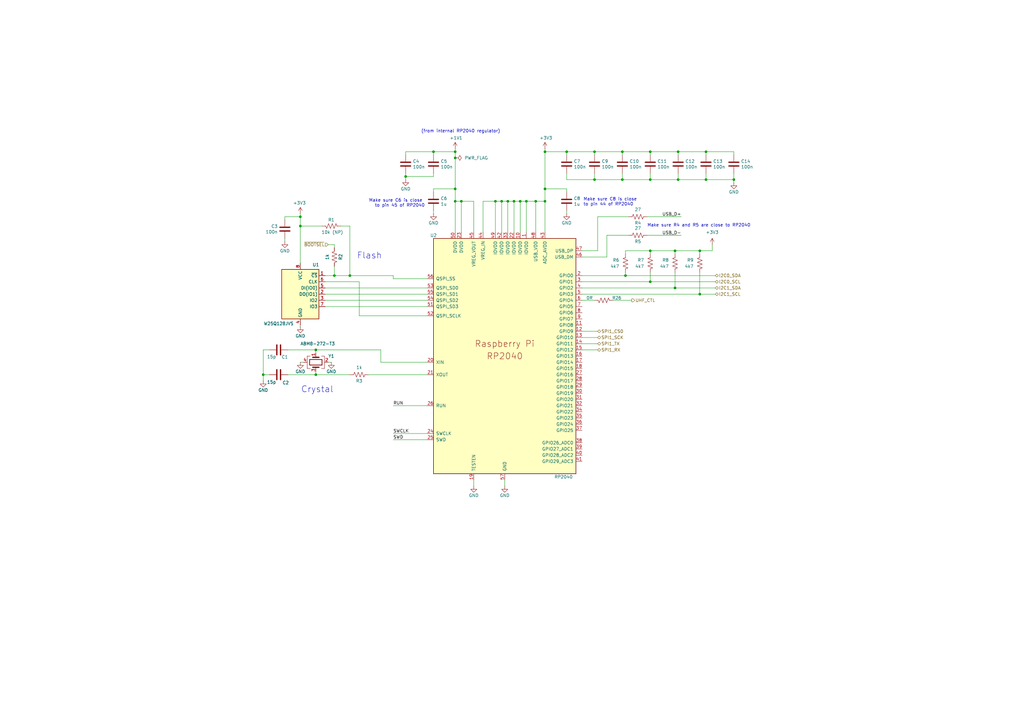
<source format=kicad_sch>
(kicad_sch (version 20250114) (generator "eeschema") (generator_version "9.0")
  (paper "A3")
  (lib_symbols
    (symbol "Device:C" (pin_numbers (hide yes)) (pin_names (offset 0.254))
      (property "Reference" "C" (at 0.635 2.54 0))
      (property "Value" "C" (at 0.635 -2.54 0))
      (symbol "C_0_1"
        (polyline (pts (xy -2.032 0.762) (xy 2.032 0.762)) (stroke (width 0.508)))
        (polyline (pts (xy -2.032 -0.762) (xy 2.032 -0.762)) (stroke (width 0.508)))
      )
      (symbol "C_1_1"
        (pin passive line (at 0 3.81 270) (length 2.794) (name "~") (number "1"))
        (pin passive line (at 0 -3.81 90) (length 2.794) (name "~") (number "2"))
      )
    )
    (symbol "Device:Crystal_GND24" (pin_names (offset 1.016) (hide yes))
      (property "Reference" "Y" (at 3.175 5.08 0))
      (property "Value" "Crystal_GND24" (at 3.175 3.175 0))
      (symbol "Crystal_GND24_0_1"
        (polyline (pts (xy -2.54 2.286) (xy -2.54 3.556) (xy 2.54 3.556) (xy 2.54 2.286)))
        (polyline (pts (xy -2.54 0) (xy -2.032 0)))
        (polyline (pts (xy -2.54 -2.286) (xy -2.54 -3.556) (xy 2.54 -3.556) (xy 2.54 -2.286)))
        (polyline (pts (xy -2.032 -1.27) (xy -2.032 1.27)) (stroke (width 0.508)))
        (rectangle (start -1.143 2.54) (end 1.143 -2.54) (stroke (width 0.3048)))
        (polyline (pts (xy 0 3.556) (xy 0 3.81)))
        (polyline (pts (xy 0 -3.81) (xy 0 -3.556)))
        (polyline (pts (xy 2.032 0) (xy 2.54 0)))
        (polyline (pts (xy 2.032 -1.27) (xy 2.032 1.27)) (stroke (width 0.508)))
      )
      (symbol "Crystal_GND24_1_1"
        (pin passive line (at -3.81 0 0) (length 1.27) (name "1") (number "1"))
        (pin passive line (at 0 5.08 270) (length 1.27) (name "2") (number "2"))
        (pin passive line (at 0 -5.08 90) (length 1.27) (name "4") (number "4"))
        (pin passive line (at 3.81 0 180) (length 1.27) (name "3") (number "3"))
      )
    )
    (symbol "Device:R_US" (pin_numbers (hide yes)) (pin_names (offset 0))
      (property "Reference" "R" (at 2.54 0 90))
      (property "Value" "R_US" (at -2.54 0 90))
      (symbol "R_US_0_1"
        (polyline (pts (xy 0 2.286) (xy 0 2.54)))
        (polyline (pts (xy 0 2.286) (xy 1.016 1.905) (xy 0 1.524) (xy -1.016 1.143) (xy 0 0.762)))
        (polyline (pts (xy 0 0.762) (xy 1.016 0.381) (xy 0 0) (xy -1.016 -0.381) (xy 0 -0.762)))
        (polyline (pts (xy 0 -0.762) (xy 1.016 -1.143) (xy 0 -1.524) (xy -1.016 -1.905) (xy 0 -2.286)))
        (polyline (pts (xy 0 -2.286) (xy 0 -2.54)))
      )
      (symbol "R_US_1_1"
        (pin passive line (at 0 3.81 270) (length 1.27) (name "~") (number "1"))
        (pin passive line (at 0 -3.81 90) (length 1.27) (name "~") (number "2"))
      )
    )
    (symbol "Memory_Flash:W25Q128JVS"
      (property "Reference" "U" (at -8.89 8.89 0))
      (property "Value" "W25Q128JVS" (at 7.62 8.89 0))
      (symbol "W25Q128JVS_0_1"
        (rectangle (start -7.62 10.16) (end 7.62 -10.16) (stroke (width 0.254)) (fill (type background)))
      )
      (symbol "W25Q128JVS_1_1"
        (pin input line (at -10.16 7.62 0) (length 2.54) (name "~{CS}") (number "1"))
        (pin input line (at -10.16 5.08 0) (length 2.54) (name "CLK") (number "6"))
        (pin bidirectional line (at -10.16 2.54 0) (length 2.54) (name "DI(IO0)") (number "5"))
        (pin bidirectional line (at -10.16 0 0) (length 2.54) (name "DO(IO1)") (number "2"))
        (pin bidirectional line (at -10.16 -2.54 0) (length 2.54) (name "IO2") (number "3"))
        (pin bidirectional line (at -10.16 -5.08 0) (length 2.54) (name "IO3") (number "7"))
        (pin power_in line (at 0 12.7 270) (length 2.54) (name "VCC") (number "8"))
        (pin power_in line (at 0 -12.7 90) (length 2.54) (name "GND") (number "4"))
      )
    )
    (symbol "RP2040:RP2040" (pin_names (offset 1.016))
      (property "Reference" "U" (at -29.21 49.53 0))
      (property "Value" "RP2040" (at 24.13 -49.53 0))
      (symbol "RP2040_0_0"
        (text "Raspberry Pi" (at 0 5.08 0) (effects (font (size 2.54 2.54))))
        (text "RP2040" (at 0 0 0) (effects (font (size 2.54 2.54))))
      )
      (symbol "RP2040_0_1"
        (rectangle (start 29.21 48.26) (end -29.21 -48.26) (stroke (width 0.254)) (fill (type background)))
      )
      (symbol "RP2040_1_1"
        (pin bidirectional line (at -31.75 31.75 0) (length 2.54) (name "QSPI_SS") (number "56"))
        (pin bidirectional line (at -31.75 27.94 0) (length 2.54) (name "QSPI_SD0") (number "53"))
        (pin bidirectional line (at -31.75 25.4 0) (length 2.54) (name "QSPI_SD1") (number "55"))
        (pin bidirectional line (at -31.75 22.86 0) (length 2.54) (name "QSPI_SD2") (number "54"))
        (pin bidirectional line (at -31.75 20.32 0) (length 2.54) (name "QSPI_SD3") (number "51"))
        (pin output line (at -31.75 16.51 0) (length 2.54) (name "QSPI_SCLK") (number "52"))
        (pin input line (at -31.75 -2.54 0) (length 2.54) (name "XIN") (number "20"))
        (pin passive line (at -31.75 -7.62 0) (length 2.54) (name "XOUT") (number "21"))
        (pin input line (at -31.75 -20.32 0) (length 2.54) (name "RUN") (number "26"))
        (pin output line (at -31.75 -31.75 0) (length 2.54) (name "SWCLK") (number "24"))
        (pin bidirectional line (at -31.75 -34.29 0) (length 2.54) (name "SWD") (number "25"))
        (pin power_in line (at -20.32 50.8 270) (length 2.54) (name "DVDD") (number "50"))
        (pin power_in line (at -17.78 50.8 270) (length 2.54) (name "DVDD") (number "23"))
        (pin power_out line (at -12.7 50.8 270) (length 2.54) (name "VREG_VOUT") (number "45"))
        (pin passive line (at -12.7 -50.8 90) (length 2.54) (name "TESTEN") (number "19"))
        (pin power_in line (at -8.89 50.8 270) (length 2.54) (name "VREG_IN") (number "44"))
        (pin power_in line (at -3.81 50.8 270) (length 2.54) (name "IOVDD") (number "49"))
        (pin power_in line (at -1.27 50.8 270) (length 2.54) (name "IOVDD") (number "42"))
        (pin power_in line (at 0 -50.8 90) (length 2.54) (name "GND") (number "57"))
        (pin power_in line (at 1.27 50.8 270) (length 2.54) (name "IOVDD") (number "33"))
        (pin power_in line (at 3.81 50.8 270) (length 2.54) (name "IOVDD") (number "22"))
        (pin power_in line (at 6.35 50.8 270) (length 2.54) (name "IOVDD") (number "10"))
        (pin power_in line (at 8.89 50.8 270) (length 2.54) (name "IOVDD") (number "1"))
        (pin power_in line (at 12.7 50.8 270) (length 2.54) (name "USB_VDD") (number "48"))
        (pin power_in line (at 16.51 50.8 270) (length 2.54) (name "ADC_AVDD") (number "43"))
        (pin bidirectional line (at 31.75 43.18 180) (length 2.54) (name "USB_DP") (number "47"))
        (pin bidirectional line (at 31.75 40.64 180) (length 2.54) (name "USB_DM") (number "46"))
        (pin bidirectional line (at 31.75 33.02 180) (length 2.54) (name "GPIO0") (number "2"))
        (pin bidirectional line (at 31.75 30.48 180) (length 2.54) (name "GPIO1") (number "3"))
        (pin bidirectional line (at 31.75 27.94 180) (length 2.54) (name "GPIO2") (number "4"))
        (pin bidirectional line (at 31.75 25.4 180) (length 2.54) (name "GPIO3") (number "5"))
        (pin bidirectional line (at 31.75 22.86 180) (length 2.54) (name "GPIO4") (number "6"))
        (pin bidirectional line (at 31.75 20.32 180) (length 2.54) (name "GPIO5") (number "7"))
        (pin bidirectional line (at 31.75 17.78 180) (length 2.54) (name "GPIO6") (number "8"))
        (pin bidirectional line (at 31.75 15.24 180) (length 2.54) (name "GPIO7") (number "9"))
        (pin bidirectional line (at 31.75 12.7 180) (length 2.54) (name "GPIO8") (number "11"))
        (pin bidirectional line (at 31.75 10.16 180) (length 2.54) (name "GPIO9") (number "12"))
        (pin bidirectional line (at 31.75 7.62 180) (length 2.54) (name "GPIO10") (number "13"))
        (pin bidirectional line (at 31.75 5.08 180) (length 2.54) (name "GPIO11") (number "14"))
        (pin bidirectional line (at 31.75 2.54 180) (length 2.54) (name "GPIO12") (number "15"))
        (pin bidirectional line (at 31.75 0 180) (length 2.54) (name "GPIO13") (number "16"))
        (pin bidirectional line (at 31.75 -2.54 180) (length 2.54) (name "GPIO14") (number "17"))
        (pin bidirectional line (at 31.75 -5.08 180) (length 2.54) (name "GPIO15") (number "18"))
        (pin bidirectional line (at 31.75 -7.62 180) (length 2.54) (name "GPIO16") (number "27"))
        (pin bidirectional line (at 31.75 -10.16 180) (length 2.54) (name "GPIO17") (number "28"))
        (pin bidirectional line (at 31.75 -12.7 180) (length 2.54) (name "GPIO18") (number "29"))
        (pin bidirectional line (at 31.75 -15.24 180) (length 2.54) (name "GPIO19") (number "30"))
        (pin bidirectional line (at 31.75 -17.78 180) (length 2.54) (name "GPIO20") (number "31"))
        (pin bidirectional line (at 31.75 -20.32 180) (length 2.54) (name "GPIO21") (number "32"))
        (pin bidirectional line (at 31.75 -22.86 180) (length 2.54) (name "GPIO22") (number "34"))
        (pin bidirectional line (at 31.75 -25.4 180) (length 2.54) (name "GPIO23") (number "35"))
        (pin bidirectional line (at 31.75 -27.94 180) (length 2.54) (name "GPIO24") (number "36"))
        (pin bidirectional line (at 31.75 -30.48 180) (length 2.54) (name "GPIO25") (number "37"))
        (pin bidirectional line (at 31.75 -35.56 180) (length 2.54) (name "GPIO26_ADC0") (number "38"))
        (pin bidirectional line (at 31.75 -38.1 180) (length 2.54) (name "GPIO27_ADC1") (number "39"))
        (pin bidirectional line (at 31.75 -40.64 180) (length 2.54) (name "GPIO28_ADC2") (number "40"))
        (pin bidirectional line (at 31.75 -43.18 180) (length 2.54) (name "GPIO29_ADC3") (number "41"))
      )
    )
    (symbol "power:+1V1" (power) (pin_names (offset 0))
      (property "Value" "+1V1" (at 0 3.556 0))
      (symbol "+1V1_0_1"
        (polyline (pts (xy -0.762 1.27) (xy 0 2.54)))
        (polyline (pts (xy 0 2.54) (xy 0.762 1.27)))
        (polyline (pts (xy 0 0) (xy 0 2.54)))
      )
      (symbol "+1V1_1_1"
        (pin power_in line (at 0 0 90) (length 0) (hide yes) (name "+1V1") (number "1"))
      )
    )
    (symbol "power:+3V3" (power) (pin_numbers (hide yes)) (pin_names (offset 0) (hide yes))
      (property "Value" "+3V3" (at 0 3.556 0))
      (symbol "+3V3_0_1"
        (polyline (pts (xy -0.762 1.27) (xy 0 2.54)))
        (polyline (pts (xy 0 2.54) (xy 0.762 1.27)))
        (polyline (pts (xy 0 0) (xy 0 2.54)))
      )
      (symbol "+3V3_1_1"
        (pin power_in line (at 0 0 90) (length 0) (name "~") (number "1"))
      )
    )
    (symbol "power:GND" (power) (pin_numbers (hide yes)) (pin_names (offset 0) (hide yes))
      (property "Value" "GND" (at 0 -3.81 0))
      (symbol "GND_0_1"
        (polyline (pts (xy 0 0) (xy 0 -1.27) (xy 1.27 -1.27) (xy 0 -2.54) (xy -1.27 -1.27) (xy 0 -1.27)))
      )
      (symbol "GND_1_1"
        (pin power_in line (at 0 0 270) (length 0) (name "~") (number "1"))
      )
    )
    (symbol "power:PWR_FLAG" (power) (pin_numbers (hide yes)) (pin_names (offset 0) (hide yes))
      (property "Value" "PWR_FLAG" (at 0 3.81 0))
      (symbol "PWR_FLAG_0_0"
        (pin power_out line (at 0 0 90) (length 0) (name "~") (number "1"))
      )
      (symbol "PWR_FLAG_0_1"
        (polyline (pts (xy 0 0) (xy 0 1.27) (xy -1.016 1.905) (xy 0 2.54) (xy 1.016 1.905) (xy 0 1.27)))
      )
    )
  )
  (text "Crystal" (at 123.444 161.29 0) (effects (font (size 2.54 2.54)) (justify left bottom)))
  (text "Make sure R4 and R5 are close to RP2040" (at 265.43 93.218 0) (effects (font (size 1.27 1.27)) (justify left bottom)))
  (text "Make sure C6 is close \nto pin 45 of RP2040" (at 174.244 85.09 0) (effects (font (size 1.27 1.27)) (justify right bottom)))
  (text "(from internal RP2040 regulator)" (at 172.72 54.61 0) (effects (font (size 1.27 1.27)) (justify left bottom)))
  (text "Flash" (at 156.718 106.426 0) (effects (font (size 2.54 2.54)) (justify right bottom)))
  (text "Make sure C8 is close \nto pin 44 of RP2040" (at 239.268 84.582 0) (effects (font (size 1.27 1.27)) (justify left bottom)))
  (junction (at 143.51 113.03))
  (junction (at 223.52 82.55))
  (junction (at 186.69 77.47))
  (junction (at 278.13 62.23))
  (junction (at 129.54 143.51))
  (junction (at 255.27 73.66))
  (junction (at 289.56 73.66))
  (junction (at 213.36 82.55))
  (junction (at 219.71 82.55))
  (junction (at 137.16 113.03))
  (junction (at 177.8 62.23))
  (junction (at 276.86 118.11))
  (junction (at 243.84 73.66))
  (junction (at 266.7 102.87))
  (junction (at 210.82 82.55))
  (junction (at 223.52 62.23))
  (junction (at 203.2 82.55))
  (junction (at 186.69 64.77))
  (junction (at 256.54 113.03))
  (junction (at 289.56 62.23))
  (junction (at 266.7 73.66))
  (junction (at 300.99 73.66))
  (junction (at 278.13 73.66))
  (junction (at 223.52 77.47))
  (junction (at 232.41 62.23))
  (junction (at 205.74 82.55))
  (junction (at 215.9 82.55))
  (junction (at 266.7 115.57))
  (junction (at 129.54 153.67))
  (junction (at 243.84 62.23))
  (junction (at 287.02 120.65))
  (junction (at 123.19 88.9))
  (junction (at 123.19 92.71))
  (junction (at 266.7 62.23))
  (junction (at 166.37 72.39))
  (junction (at 208.28 82.55))
  (junction (at 189.23 82.55))
  (junction (at 107.95 153.67))
  (junction (at 186.69 82.55))
  (junction (at 276.86 102.87))
  (junction (at 255.27 62.23))
  (junction (at 287.02 102.87))
  (junction (at 186.69 62.23))
  (wire (pts (xy 243.84 63.5) (xy 243.84 62.23)))
  (wire (pts (xy 129.54 144.78) (xy 129.54 143.51)))
  (wire (pts (xy 208.28 95.25) (xy 208.28 82.55)))
  (wire (pts (xy 255.27 71.12) (xy 255.27 73.66)))
  (wire (pts (xy 177.8 72.39) (xy 177.8 71.12)))
  (wire (pts (xy 276.86 102.87) (xy 276.86 104.14)))
  (wire (pts (xy 118.11 143.51) (xy 129.54 143.51)))
  (wire (pts (xy 287.02 120.65) (xy 293.37 120.65)))
  (wire (pts (xy 123.19 87.63) (xy 123.19 88.9)))
  (wire (pts (xy 278.13 71.12) (xy 278.13 73.66)))
  (wire (pts (xy 137.16 100.33) (xy 137.16 101.6)))
  (wire (pts (xy 110.49 143.51) (xy 107.95 143.51)))
  (wire (pts (xy 238.76 120.65) (xy 287.02 120.65)))
  (wire (pts (xy 177.8 77.47) (xy 186.69 77.47)))
  (wire (pts (xy 175.26 166.37) (xy 161.29 166.37)))
  (wire (pts (xy 213.36 82.55) (xy 215.9 82.55)))
  (wire (pts (xy 215.9 82.55) (xy 219.71 82.55)))
  (wire (pts (xy 232.41 63.5) (xy 232.41 62.23)))
  (wire (pts (xy 177.8 63.5) (xy 177.8 62.23)))
  (wire (pts (xy 238.76 135.89) (xy 245.11 135.89)))
  (wire (pts (xy 219.71 95.25) (xy 219.71 82.55)))
  (wire (pts (xy 266.7 115.57) (xy 293.37 115.57)))
  (wire (pts (xy 194.31 82.55) (xy 189.23 82.55)))
  (wire (pts (xy 189.23 82.55) (xy 186.69 82.55)))
  (wire (pts (xy 186.69 60.96) (xy 186.69 62.23)))
  (wire (pts (xy 177.8 86.36) (xy 177.8 87.63)))
  (wire (pts (xy 238.76 115.57) (xy 266.7 115.57)))
  (wire (pts (xy 143.51 113.03) (xy 161.29 113.03)))
  (wire (pts (xy 219.71 82.55) (xy 223.52 82.55)))
  (wire (pts (xy 232.41 71.12) (xy 232.41 73.66)))
  (wire (pts (xy 177.8 78.74) (xy 177.8 77.47)))
  (wire (pts (xy 208.28 82.55) (xy 210.82 82.55)))
  (wire (pts (xy 278.13 63.5) (xy 278.13 62.23)))
  (wire (pts (xy 133.35 123.19) (xy 175.26 123.19)))
  (wire (pts (xy 278.13 73.66) (xy 266.7 73.66)))
  (wire (pts (xy 175.26 180.34) (xy 161.29 180.34)))
  (wire (pts (xy 186.69 82.55) (xy 186.69 95.25)))
  (wire (pts (xy 118.11 153.67) (xy 129.54 153.67)))
  (wire (pts (xy 161.29 113.03) (xy 161.29 114.3)))
  (wire (pts (xy 129.54 153.67) (xy 143.51 153.67)))
  (wire (pts (xy 245.11 88.9) (xy 245.11 102.87)))
  (wire (pts (xy 213.36 95.25) (xy 213.36 82.55)))
  (wire (pts (xy 243.84 71.12) (xy 243.84 73.66)))
  (wire (pts (xy 166.37 72.39) (xy 166.37 73.66)))
  (wire (pts (xy 203.2 82.55) (xy 205.74 82.55)))
  (wire (pts (xy 245.11 88.9) (xy 257.81 88.9)))
  (wire (pts (xy 194.31 95.25) (xy 194.31 82.55)))
  (wire (pts (xy 278.13 62.23) (xy 289.56 62.23)))
  (wire (pts (xy 232.41 62.23) (xy 243.84 62.23)))
  (wire (pts (xy 300.99 71.12) (xy 300.99 73.66)))
  (wire (pts (xy 203.2 95.25) (xy 203.2 82.55)))
  (wire (pts (xy 116.84 90.17) (xy 116.84 88.9)))
  (wire (pts (xy 266.7 63.5) (xy 266.7 62.23)))
  (wire (pts (xy 276.86 102.87) (xy 287.02 102.87)))
  (wire (pts (xy 166.37 62.23) (xy 177.8 62.23)))
  (wire (pts (xy 255.27 73.66) (xy 243.84 73.66)))
  (wire (pts (xy 137.16 113.03) (xy 143.51 113.03)))
  (wire (pts (xy 243.84 62.23) (xy 255.27 62.23)))
  (wire (pts (xy 243.84 123.19) (xy 238.76 123.19)))
  (wire (pts (xy 133.35 125.73) (xy 175.26 125.73)))
  (wire (pts (xy 129.54 152.4) (xy 129.54 153.67)))
  (wire (pts (xy 123.19 148.59) (xy 124.46 148.59)))
  (wire (pts (xy 156.21 143.51) (xy 156.21 148.59)))
  (wire (pts (xy 238.76 143.51) (xy 245.11 143.51)))
  (wire (pts (xy 143.51 92.71) (xy 143.51 113.03)))
  (wire (pts (xy 266.7 62.23) (xy 278.13 62.23)))
  (wire (pts (xy 238.76 118.11) (xy 276.86 118.11)))
  (wire (pts (xy 266.7 111.76) (xy 266.7 115.57)))
  (wire (pts (xy 123.19 92.71) (xy 123.19 107.95)))
  (wire (pts (xy 300.99 63.5) (xy 300.99 62.23)))
  (wire (pts (xy 205.74 95.25) (xy 205.74 82.55)))
  (wire (pts (xy 289.56 71.12) (xy 289.56 73.66)))
  (wire (pts (xy 210.82 95.25) (xy 210.82 82.55)))
  (wire (pts (xy 123.19 133.985) (xy 123.19 133.35)))
  (wire (pts (xy 287.02 102.87) (xy 292.1 102.87)))
  (wire (pts (xy 123.19 88.9) (xy 123.19 92.71)))
  (wire (pts (xy 289.56 73.66) (xy 300.99 73.66)))
  (wire (pts (xy 238.76 102.87) (xy 245.11 102.87)))
  (wire (pts (xy 266.7 102.87) (xy 276.86 102.87)))
  (wire (pts (xy 186.69 62.23) (xy 186.69 64.77)))
  (wire (pts (xy 256.54 102.87) (xy 266.7 102.87)))
  (wire (pts (xy 186.69 64.77) (xy 186.69 77.47)))
  (wire (pts (xy 266.7 73.66) (xy 255.27 73.66)))
  (wire (pts (xy 207.01 196.85) (xy 207.01 199.39)))
  (wire (pts (xy 107.95 143.51) (xy 107.95 153.67)))
  (wire (pts (xy 256.54 102.87) (xy 256.54 104.14)))
  (wire (pts (xy 133.35 115.57) (xy 147.32 115.57)))
  (wire (pts (xy 276.86 118.11) (xy 293.37 118.11)))
  (wire (pts (xy 166.37 71.12) (xy 166.37 72.39)))
  (wire (pts (xy 116.84 97.79) (xy 116.84 99.06)))
  (wire (pts (xy 151.13 153.67) (xy 175.26 153.67)))
  (wire (pts (xy 289.56 62.23) (xy 300.99 62.23)))
  (wire (pts (xy 186.69 77.47) (xy 186.69 82.55)))
  (wire (pts (xy 175.26 177.8) (xy 161.29 177.8)))
  (wire (pts (xy 215.9 82.55) (xy 215.9 95.25)))
  (wire (pts (xy 265.43 88.9) (xy 279.4 88.9)))
  (wire (pts (xy 198.12 95.25) (xy 198.12 82.55)))
  (wire (pts (xy 147.32 115.57) (xy 147.32 129.54)))
  (wire (pts (xy 265.43 96.52) (xy 279.4 96.52)))
  (wire (pts (xy 223.52 62.23) (xy 223.52 77.47)))
  (wire (pts (xy 232.41 86.36) (xy 232.41 87.63)))
  (wire (pts (xy 300.99 73.66) (xy 300.99 74.93)))
  (wire (pts (xy 238.76 138.43) (xy 245.11 138.43)))
  (wire (pts (xy 223.52 82.55) (xy 223.52 95.25)))
  (wire (pts (xy 266.7 102.87) (xy 266.7 104.14)))
  (wire (pts (xy 248.92 96.52) (xy 248.92 105.41)))
  (wire (pts (xy 156.21 148.59) (xy 175.26 148.59)))
  (wire (pts (xy 161.29 114.3) (xy 175.26 114.3)))
  (wire (pts (xy 137.16 109.22) (xy 137.16 113.03)))
  (wire (pts (xy 289.56 63.5) (xy 289.56 62.23)))
  (wire (pts (xy 107.95 153.67) (xy 107.95 156.21)))
  (wire (pts (xy 194.31 196.85) (xy 194.31 199.39)))
  (wire (pts (xy 134.62 148.59) (xy 135.89 148.59)))
  (wire (pts (xy 133.35 118.11) (xy 175.26 118.11)))
  (wire (pts (xy 276.86 111.76) (xy 276.86 118.11)))
  (wire (pts (xy 110.49 153.67) (xy 107.95 153.67)))
  (wire (pts (xy 166.37 63.5) (xy 166.37 62.23)))
  (wire (pts (xy 134.62 100.33) (xy 137.16 100.33)))
  (wire (pts (xy 259.08 123.19) (xy 251.46 123.19)))
  (wire (pts (xy 255.27 63.5) (xy 255.27 62.23)))
  (wire (pts (xy 133.35 113.03) (xy 137.16 113.03)))
  (wire (pts (xy 223.52 77.47) (xy 232.41 77.47)))
  (wire (pts (xy 210.82 82.55) (xy 213.36 82.55)))
  (wire (pts (xy 133.35 120.65) (xy 175.26 120.65)))
  (wire (pts (xy 166.37 72.39) (xy 177.8 72.39)))
  (wire (pts (xy 223.52 62.23) (xy 232.41 62.23)))
  (wire (pts (xy 189.23 95.25) (xy 189.23 82.55)))
  (wire (pts (xy 238.76 113.03) (xy 256.54 113.03)))
  (wire (pts (xy 232.41 78.74) (xy 232.41 77.47)))
  (wire (pts (xy 266.7 71.12) (xy 266.7 73.66)))
  (wire (pts (xy 223.52 60.96) (xy 223.52 62.23)))
  (wire (pts (xy 255.27 62.23) (xy 266.7 62.23)))
  (wire (pts (xy 256.54 111.76) (xy 256.54 113.03)))
  (wire (pts (xy 243.84 73.66) (xy 232.41 73.66)))
  (wire (pts (xy 129.54 143.51) (xy 156.21 143.51)))
  (wire (pts (xy 143.51 92.71) (xy 139.7 92.71)))
  (wire (pts (xy 292.1 100.33) (xy 292.1 102.87)))
  (wire (pts (xy 256.54 113.03) (xy 293.37 113.03)))
  (wire (pts (xy 248.92 105.41) (xy 238.76 105.41)))
  (wire (pts (xy 116.84 88.9) (xy 123.19 88.9)))
  (wire (pts (xy 238.76 140.97) (xy 245.11 140.97)))
  (wire (pts (xy 132.08 92.71) (xy 123.19 92.71)))
  (wire (pts (xy 205.74 82.55) (xy 208.28 82.55)))
  (wire (pts (xy 147.32 129.54) (xy 175.26 129.54)))
  (wire (pts (xy 289.56 73.66) (xy 278.13 73.66)))
  (wire (pts (xy 287.02 111.76) (xy 287.02 120.65)))
  (wire (pts (xy 248.92 96.52) (xy 257.81 96.52)))
  (wire (pts (xy 287.02 102.87) (xy 287.02 104.14)))
  (wire (pts (xy 177.8 62.23) (xy 186.69 62.23)))
  (wire (pts (xy 198.12 82.55) (xy 203.2 82.55)))
  (wire (pts (xy 223.52 77.47) (xy 223.52 82.55)))
  (label "USB_D+" (at 279.4 88.9 180))
  (label "SWD" (at 161.29 180.34 0))
  (label "USB_D-" (at 279.4 96.52 180))
  (label "SWCLK" (at 161.29 177.8 0))
  (label "RUN" (at 161.29 166.37 0))
  (hierarchical_label "SPI1_SCK" (shape bidirectional) (at 245.11 138.43 0))
  (hierarchical_label "I2C0_SCL" (shape bidirectional) (at 293.37 115.57 0))
  (hierarchical_label "I2C1_SDA" (shape bidirectional) (at 293.37 118.11 0))
  (hierarchical_label "SPI1_RX" (shape bidirectional) (at 245.11 143.51 0))
  (hierarchical_label "SPI1_CS0" (shape bidirectional) (at 245.11 135.89 0))
  (hierarchical_label "~{BOOTSEL}" (shape input) (at 134.62 100.33 180))
  (hierarchical_label "UHF_CTL" (shape output) (at 259.08 123.19 0))
  (hierarchical_label "I2C1_SCL" (shape bidirectional) (at 293.37 120.65 0))
  (hierarchical_label "I2C0_SDA" (shape bidirectional) (at 293.37 113.03 0))
  (hierarchical_label "SPI1_TX" (shape bidirectional) (at 245.11 140.97 0))
  (symbol (lib_id "RP2040:RP2040") (at 207.01 146.05 0) (unit 1)
    (property "Reference" "U2" (at 177.8 96.52 0))
    (property "Value" "RP2040" (at 231.14 195.58 0))
    (property "Footprint" "RP2040:RP2040-QFN-56" (effects (hide yes)))
  )
  (symbol (lib_id "Device:C") (at 116.84 93.98 0) (mirror y) (unit 1)
    (property "Reference" "C3" (at 113.919 92.8116 0) (effects (justify left)))
    (property "Value" "100n" (at 113.919 95.123 0) (effects (justify left)))
    (property "Footprint" "Capacitor_SMD:C_0402_1005Metric" (effects (hide yes)))
  )
  (symbol (lib_id "Device:R_US") (at 261.62 88.9 270) (unit 1)
    (property "Reference" "R4" (at 261.62 91.44 90))
    (property "Value" "27" (at 261.62 85.9536 90))
    (property "Footprint" "Resistor_SMD:R_0402_1005Metric" (effects (hide yes)))
    (property "Description" "Resistor, US symbol" (effects (hide yes)))
  )
  (symbol (lib_id "Device:R_US") (at 261.62 96.52 270) (unit 1)
    (property "Reference" "R5" (at 261.62 99.06 90))
    (property "Value" "27" (at 261.62 93.5736 90))
    (property "Footprint" "Resistor_SMD:R_0402_1005Metric" (effects (hide yes)))
    (property "Description" "Resistor, US symbol" (effects (hide yes)))
  )
  (symbol (lib_id "Device:C") (at 232.41 67.31 0) (unit 1)
    (property "Reference" "C7" (at 235.331 66.1416 0) (effects (justify left)))
    (property "Value" "100n" (at 235.331 68.453 0) (effects (justify left)))
    (property "Footprint" "Capacitor_SMD:C_0402_1005Metric" (effects (hide yes)))
  )
  (symbol (lib_id "Device:C") (at 243.84 67.31 0) (unit 1)
    (property "Reference" "C9" (at 246.761 66.1416 0) (effects (justify left)))
    (property "Value" "100n" (at 246.761 68.453 0) (effects (justify left)))
    (property "Footprint" "Capacitor_SMD:C_0402_1005Metric" (effects (hide yes)))
  )
  (symbol (lib_id "Device:C") (at 255.27 67.31 0) (unit 1)
    (property "Reference" "C10" (at 258.191 66.1416 0) (effects (justify left)))
    (property "Value" "100n" (at 258.191 68.453 0) (effects (justify left)))
    (property "Footprint" "Capacitor_SMD:C_0402_1005Metric" (effects (hide yes)))
  )
  (symbol (lib_id "Device:C") (at 266.7 67.31 0) (unit 1)
    (property "Reference" "C11" (at 269.621 66.1416 0) (effects (justify left)))
    (property "Value" "100n" (at 269.621 68.453 0) (effects (justify left)))
    (property "Footprint" "Capacitor_SMD:C_0402_1005Metric" (effects (hide yes)))
  )
  (symbol (lib_id "Device:C") (at 278.13 67.31 0) (unit 1)
    (property "Reference" "C12" (at 281.051 66.1416 0) (effects (justify left)))
    (property "Value" "100n" (at 281.051 68.453 0) (effects (justify left)))
    (property "Footprint" "Capacitor_SMD:C_0402_1005Metric" (effects (hide yes)))
  )
  (symbol (lib_id "Device:C") (at 289.56 67.31 0) (unit 1)
    (property "Reference" "C13" (at 292.481 66.1416 0) (effects (justify left)))
    (property "Value" "100n" (at 292.481 68.453 0) (effects (justify left)))
    (property "Footprint" "Capacitor_SMD:C_0402_1005Metric" (effects (hide yes)))
  )
  (symbol (lib_id "Device:C") (at 300.99 67.31 0) (unit 1)
    (property "Reference" "C14" (at 303.911 66.1416 0) (effects (justify left)))
    (property "Value" "100n" (at 303.911 68.453 0) (effects (justify left)))
    (property "Footprint" "Capacitor_SMD:C_0402_1005Metric" (effects (hide yes)))
  )
  (symbol (lib_id "Device:C") (at 166.37 67.31 0) (unit 1)
    (property "Reference" "C4" (at 169.291 66.1416 0) (effects (justify left)))
    (property "Value" "100n" (at 169.291 68.453 0) (effects (justify left)))
    (property "Footprint" "Capacitor_SMD:C_0402_1005Metric" (effects (hide yes)))
  )
  (symbol (lib_id "Device:C") (at 177.8 67.31 0) (unit 1)
    (property "Reference" "C5" (at 180.721 66.1416 0) (effects (justify left)))
    (property "Value" "100n" (at 180.721 68.453 0) (effects (justify left)))
    (property "Footprint" "Capacitor_SMD:C_0402_1005Metric" (effects (hide yes)))
  )
  (symbol (lib_id "Device:C") (at 177.8 82.55 0) (unit 1)
    (property "Reference" "C6" (at 180.721 81.3816 0) (effects (justify left)))
    (property "Value" "1u" (at 180.721 83.693 0) (effects (justify left)))
    (property "Footprint" "Capacitor_SMD:C_0402_1005Metric" (effects (hide yes)))
  )
  (symbol (lib_id "Device:C") (at 232.41 82.55 0) (unit 1)
    (property "Reference" "C8" (at 235.331 81.3816 0) (effects (justify left)))
    (property "Value" "1u" (at 235.331 83.693 0) (effects (justify left)))
    (property "Footprint" "Capacitor_SMD:C_0402_1005Metric" (effects (hide yes)))
  )
  (symbol (lib_id "Device:C") (at 114.3 153.67 270) (unit 1)
    (property "Reference" "C2" (at 115.824 156.972 90) (effects (justify left)))
    (property "Value" "15p" (at 109.474 156.718 90) (effects (justify left)))
    (property "Footprint" "Capacitor_SMD:C_0402_1005Metric" (effects (hide yes)))
  )
  (symbol (lib_id "power:GND") (at 123.19 148.59 0) (unit 1)
    (property "Reference" "#PWR05" (effects (hide yes)))
    (property "Value" "GND" (at 123.19 152.4 0))
    (property "Description" "Power symbol creates a global label with name \"GND\" , ground" (effects (hide yes)))
  )
  (symbol (lib_id "Device:R_US") (at 276.86 107.95 0) (mirror y) (unit 1)
    (property "Reference" "R8" (at 274.32 106.6799 0) (effects (justify left)))
    (property "Value" "4k7" (at 274.32 109.2199 0) (effects (justify left)))
    (property "Description" "Resistor, US symbol" (effects (hide yes)))
  )
  (symbol (lib_id "power:GND") (at 207.01 199.39 0) (unit 1)
    (property "Reference" "#PWR011" (effects (hide yes)))
    (property "Value" "GND" (at 207.01 203.2 0))
    (property "Description" "Power symbol creates a global label with name \"GND\" , ground" (effects (hide yes)))
  )
  (symbol (lib_id "Device:Crystal_GND24") (at 129.54 148.59 270) (unit 1)
    (property "Reference" "Y1" (at 134.62 146.05 90) (effects (justify left)))
    (property "Value" "ABM8-272-T3" (at 123.19 140.97 90) (effects (justify left)))
    (property "Footprint" "Crystal:Crystal_SMD_3225-4Pin_3.2x2.5mm" (effects (hide yes)))
  )
  (symbol (lib_id "Memory_Flash:W25Q128JVS") (at 123.19 120.65 0) (mirror y) (unit 1)
    (property "Reference" "U1" (at 129.54 108.585 0))
    (property "Value" "W25Q128JVS" (at 114.3 132.715 0))
    (property "Footprint" "Package_SO:SOIC-8_5.23x5.23mm_P1.27mm" (effects (hide yes)))
    (property "Datasheet" "http://www.winbond.com/resource-files/w25q128jv_dtr%20revc%2003272018%20plus.pdf" (effects (hide yes)))
  )
  (symbol (lib_id "Device:C") (at 114.3 143.51 270) (unit 1)
    (property "Reference" "C1" (at 115.4684 146.431 90) (effects (justify left)))
    (property "Value" "15p" (at 109.474 146.304 90) (effects (justify left)))
    (property "Footprint" "Capacitor_SMD:C_0402_1005Metric" (effects (hide yes)))
  )
  (symbol (lib_id "power:+1V1") (at 186.69 60.96 0) (unit 1)
    (property "Reference" "#PWR09" (effects (hide yes)))
    (property "Value" "+1V1" (at 187.071 56.5658 0))
  )
  (symbol (lib_id "power:PWR_FLAG") (at 186.69 64.77 270) (unit 1)
    (property "Reference" "#FLG01" (effects (hide yes)))
    (property "Value" "PWR_FLAG" (at 190.5 64.7699 90) (effects (justify left)))
    (property "Description" "Special symbol for telling ERC where power comes from" (effects (hide yes)))
  )
  (symbol (lib_id "Device:R_US") (at 147.32 153.67 270) (unit 1)
    (property "Reference" "R3" (at 147.32 156.21 90))
    (property "Value" "1k" (at 147.32 150.7236 90))
    (property "Footprint" "Resistor_SMD:R_0402_1005Metric" (effects (hide yes)))
    (property "Description" "Resistor, US symbol" (effects (hide yes)))
  )
  (symbol (lib_id "power:GND") (at 116.84 99.06 0) (mirror y) (unit 1)
    (property "Reference" "#PWR02" (effects (hide yes)))
    (property "Value" "GND" (at 116.84 102.87 0))
    (property "Description" "Power symbol creates a global label with name \"GND\" , ground" (effects (hide yes)))
  )
  (symbol (lib_id "power:GND") (at 300.99 74.93 0) (unit 1)
    (property "Reference" "#PWR016" (effects (hide yes)))
    (property "Value" "GND" (at 300.99 78.74 0))
    (property "Description" "Power symbol creates a global label with name \"GND\" , ground" (effects (hide yes)))
  )
  (symbol (lib_id "power:+3V3") (at 223.52 60.96 0) (unit 1)
    (property "Reference" "#PWR012" (effects (hide yes)))
    (property "Value" "+3V3" (at 223.901 56.5658 0))
  )
  (symbol (lib_id "power:GND") (at 135.89 148.59 0) (unit 1)
    (property "Reference" "#PWR06" (effects (hide yes)))
    (property "Value" "GND" (at 135.89 152.4 0))
    (property "Description" "Power symbol creates a global label with name \"GND\" , ground" (effects (hide yes)))
  )
  (symbol (lib_id "power:GND") (at 194.31 199.39 0) (unit 1)
    (property "Reference" "#PWR010" (effects (hide yes)))
    (property "Value" "GND" (at 194.31 203.2 0))
    (property "Description" "Power symbol creates a global label with name \"GND\" , ground" (effects (hide yes)))
  )
  (symbol (lib_id "Device:R_US") (at 135.89 92.71 270) (mirror x) (unit 1)
    (property "Reference" "R1" (at 135.89 90.17 90))
    (property "Value" "10k (NP)" (at 131.826 95.25 90) (effects (justify left)))
    (property "Footprint" "Resistor_SMD:R_0402_1005Metric" (effects (hide yes)))
    (property "Description" "Resistor, US symbol" (effects (hide yes)))
  )
  (symbol (lib_id "power:+3V3") (at 292.1 100.33 0) (mirror y) (unit 1)
    (property "Reference" "#PWR018" (effects (hide yes)))
    (property "Value" "+3V3" (at 292.1 95.25 0))
    (property "Description" "Power symbol creates a global label with name \"+3V3\"" (effects (hide yes)))
  )
  (symbol (lib_id "Device:R_US") (at 287.02 107.95 0) (mirror y) (unit 1)
    (property "Reference" "R9" (at 284.48 106.6799 0) (effects (justify left)))
    (property "Value" "4k7" (at 284.48 109.2199 0) (effects (justify left)))
    (property "Description" "Resistor, US symbol" (effects (hide yes)))
  )
  (symbol (lib_id "power:GND") (at 107.95 156.21 0) (unit 1)
    (property "Reference" "#PWR01" (effects (hide yes)))
    (property "Value" "GND" (at 107.95 160.02 0))
    (property "Description" "Power symbol creates a global label with name \"GND\" , ground" (effects (hide yes)))
  )
  (symbol (lib_id "Device:R_US") (at 247.65 123.19 270) (mirror x) (unit 1)
    (property "Reference" "R26" (at 252.984 122.174 90))
    (property "Value" "0R" (at 241.808 122.174 90))
    (property "Description" "Resistor, US symbol" (effects (hide yes)))
  )
  (symbol (lib_id "Device:R_US") (at 256.54 107.95 0) (mirror y) (unit 1)
    (property "Reference" "R6" (at 254 106.6799 0) (effects (justify left)))
    (property "Value" "4k7" (at 254 109.2199 0) (effects (justify left)))
    (property "Description" "Resistor, US symbol" (effects (hide yes)))
  )
  (symbol (lib_id "Device:R_US") (at 266.7 107.95 0) (mirror y) (unit 1)
    (property "Reference" "R7" (at 264.16 106.6799 0) (effects (justify left)))
    (property "Value" "4k7" (at 264.16 109.2199 0) (effects (justify left)))
    (property "Description" "Resistor, US symbol" (effects (hide yes)))
  )
  (symbol (lib_id "power:+3V3") (at 123.19 87.63 0) (mirror y) (unit 1)
    (property "Reference" "#PWR03" (effects (hide yes)))
    (property "Value" "+3V3" (at 122.809 83.2358 0))
  )
  (symbol (lib_id "power:GND") (at 177.8 87.63 0) (unit 1)
    (property "Reference" "#PWR08" (effects (hide yes)))
    (property "Value" "GND" (at 177.8 91.44 0))
    (property "Description" "Power symbol creates a global label with name \"GND\" , ground" (effects (hide yes)))
  )
  (symbol (lib_id "power:GND") (at 166.37 73.66 0) (unit 1)
    (property "Reference" "#PWR07" (effects (hide yes)))
    (property "Value" "GND" (at 166.37 77.47 0))
    (property "Description" "Power symbol creates a global label with name \"GND\" , ground" (effects (hide yes)))
  )
  (symbol (lib_id "power:GND") (at 232.41 87.63 0) (unit 1)
    (property "Reference" "#PWR013" (effects (hide yes)))
    (property "Value" "GND" (at 232.41 91.44 0))
    (property "Description" "Power symbol creates a global label with name \"GND\" , ground" (effects (hide yes)))
  )
  (symbol (lib_id "power:GND") (at 123.19 133.985 0) (mirror y) (unit 1)
    (property "Reference" "#PWR04" (effects (hide yes)))
    (property "Value" "GND" (at 123.19 137.795 0))
    (property "Description" "Power symbol creates a global label with name \"GND\" , ground" (effects (hide yes)))
  )
  (symbol (lib_id "Device:R_US") (at 137.16 105.41 0) (mirror x) (unit 1)
    (property "Reference" "R2" (at 139.7 105.41 90))
    (property "Value" "1k" (at 134.2136 105.41 90))
    (property "Footprint" "Resistor_SMD:R_0402_1005Metric" (effects (hide yes)))
    (property "Description" "Resistor, US symbol" (effects (hide yes)))
  )
)
</source>
